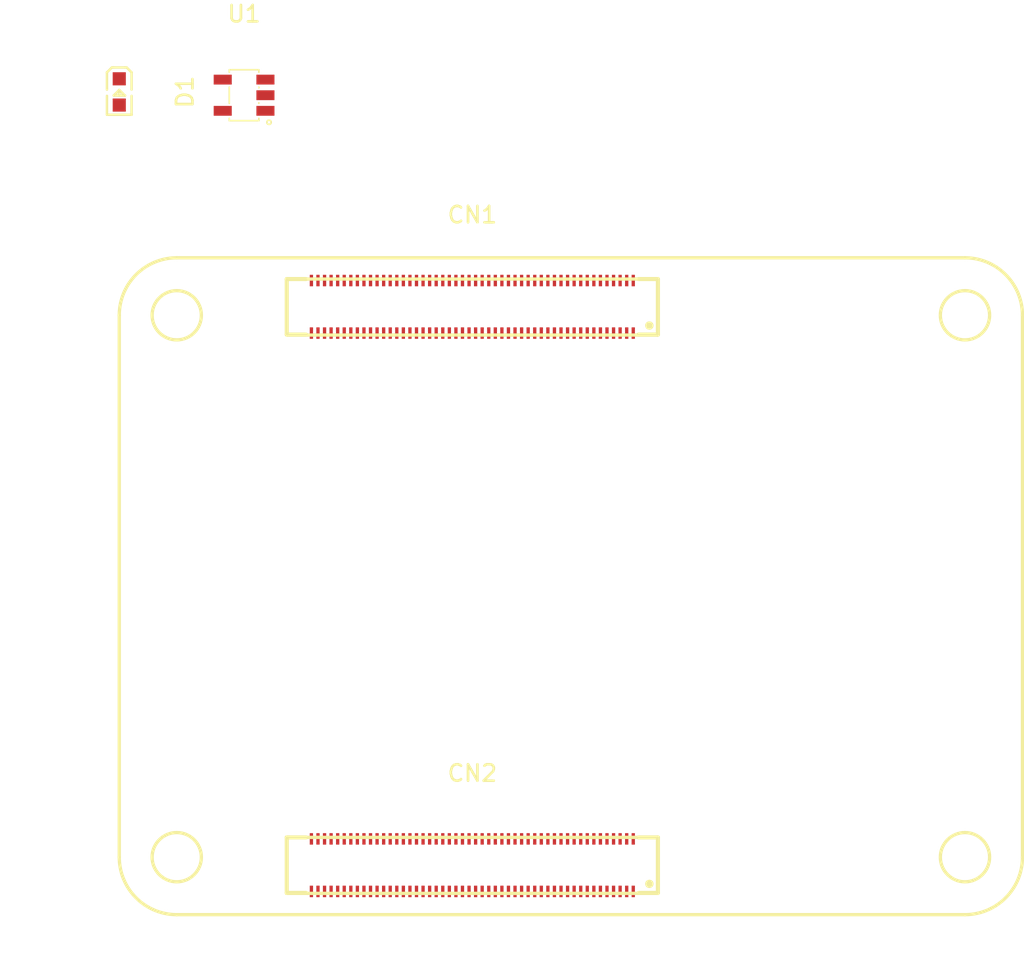
<source format=kicad_pcb>
(kicad_pcb (version 20240108) (generator "pcbnew") (generator_version "8.0")
  (layers (0 "F.Cu" signal) (31 "B.Cu" signal) (34 "B.Paste" user) (35 "F.Paste" user) (36 "B.SilkS" user "B.Silkscreen") (37 "F.SilkS" user "F.Silkscreen") (38 "B.Mask" user) (39 "F.Mask" user) (44 "Edge.Cuts" user))
  (net 0 "")
  (net 1 "gnd")
  (net 2 "pins[20]")
  (net 3 "pins[49]")
  (net 4 "pins[44]")
  (net 5 "pins[44]-1")
  (net 6 "hdi_b-pins[62]")
  (net 7 "USB2_D_N")
  (net 8 "hdi_a-pins[74]")
  (net 9 "pins[46]")
  (net 10 "signal-1")
  (net 11 "USB2_D_P")
  (net 12 "signal")
  (net 13 "HDMI0_HOTPLUG")
  (net 14 "hdi_b-pins[74]")
  (net 15 "hdi_b-pins[93]")
  (net 16 "hdi_a-pins[62]")
  (net 17 "pins[32]")
  (net 18 "signal-6")
  (net 19 "ETH_P1_P")
  (net 20 "pins[18]")
  (net 21 "signal-13")
  (net 22 "hdi_b-pins[23]")
  (net 23 "hdi_a-pins[34]")
  (net 24 "pins[67]")
  (net 25 "pins[72]")
  (net 26 "signal-2")
  (net 27 "HDMI0_CK_P")
  (net 28 "pins[27]")
  (net 29 "pins[80]")
  (net 30 "pins[5]")
  (net 31 "VCC_1V8")
  (net 32 "VCC_5V")
  (net 33 "hdi_b-pins[68]")
  (net 34 "hdi_b-pins[39]")
  (net 35 "pins[98]")
  (net 36 "signal-4")
  (net 37 "pins[14]")
  (net 38 "HDMI0_D1_N")
  (net 39 "pins[16]")
  (net 40 "HDMI0_D2_N")
  (net 41 "hdi_a-pins[98]")
  (net 42 "ETH_P3_N")
  (net 43 "pins[19]")
  (net 44 "pins[60]")
  (net 45 "hdi_b-pins[94]")
  (net 46 "hdi_a-pins[68]")
  (net 47 "HDMI0_CEC")
  (net 48 "hdi_a-pins[92]")
  (net 49 "pins[11]")
  (net 50 "SDA")
  (net 51 "pins[64]")
  (net 52 "pins[8]")
  (net 53 "pins[22]")
  (net 54 "pins[1]")
  (net 55 "pins[61]")
  (net 56 "HDMI1_D1_N")
  (net 57 "pins[23]")
  (net 58 "net")
  (net 59 "n_c_")
  (net 60 "pins[90]")
  (net 61 "signal-7")
  (net 62 "pins[82]")
  (net 63 "HDMI0_D2_P")
  (net 64 "pins[29]")
  (net 65 "ETH_LED_ACTIVITY")
  (net 66 "ETH_P0_N")
  (net 67 "HDMI1_CK_P")
  (net 68 "pins[58]")
  (net 69 "hdi_a-pins[93]")
  (net 70 "signal-10")
  (net 71 "HDMI1_D2_N")
  (net 72 "HDMI0_D0_P")
  (net 73 "pins[26]")
  (net 74 "pins[43]")
  (net 75 "pins[39]")
  (net 76 "pins[76]")
  (net 77 "ETH_P2_P")
  (net 78 "hdi_a-pins[88]")
  (net 79 "hdi_b-pins[34]")
  (net 80 "HDMI1_D2_P")
  (net 81 "pins[95]")
  (net 82 "pins[36]")
  (net 83 "hdi_a-pins[17]")
  (net 84 "HDMI1_CK_N")
  (net 85 "hdi_b-pins[56]")
  (net 86 "SCL")
  (net 87 "GND")
  (net 88 "pins[86]")
  (net 89 "pins[40]")
  (net 90 "pins[99]")
  (net 91 "I2S_SCK")
  (net 92 "PWR_LED")
  (net 93 "pins[0]")
  (net 94 "hdi_a-pins[56]")
  (net 95 "HDMI1_D1_P")
  (net 96 "HDMI0_D0_N")
  (net 97 "HDMI1_D0_P")
  (net 98 "hdi_b-pins[28]")
  (net 99 "signal-9")
  (net 100 "pins[66]")
  (net 101 "pins[41]")
  (net 102 "signal-11")
  (net 103 "pins[91]")
  (net 104 "hdi_b-pins[88]")
  (net 105 "pins[33]")
  (net 106 "hdi_b-pins[92]")
  (net 107 "ETH_LED_LINK")
  (net 108 "hdi_b-pins[40]")
  (net 109 "pins[63]")
  (net 110 "ETH_P1_N")
  (net 111 "pins[9]")
  (net 112 "signal-5")
  (net 113 "hdi_a-pins[94]")
  (net 114 "pins[53]")
  (net 115 "signal-3")
  (net 116 "signal-12")
  (net 117 "ETH_P0_P")
  (net 118 "HDMI1_D0_N")
  (net 119 "HDMI1_CEC")
  (net 120 "hdi_b-pins[35]")
  (net 121 "pins[96]")
  (net 122 "hdi_b-pins[17]")
  (net 123 "pins[69]")
  (net 124 "VCC_3V3")
  (net 125 "pins[75]")
  (net 126 "hdi_a-pins[99]")
  (net 127 "HDMI0_CK_N")
  (net 128 "pins[10]")
  (net 129 "pins[70]")
  (net 130 "hdi_b-pins[15]")
  (net 131 "pins[3]")
  (net 132 "hdi_b-pins[33]")
  (net 133 "pins[71]")
  (net 134 "pins[21]")
  (net 135 "ETH_P3_P")
  (net 136 "hdi_a-pins[35]")
  (net 137 "I2S_WS")
  (net 138 "I2S_SD")
  (net 139 "pins[28]")
  (net 140 "ETH_P2_N")
  (net 141 "pins[38]")
  (net 142 "hdi_a-pins[15]")
  (net 143 "signal-8")
  (net 144 "HDMI0_D1_P")
  (net 145 "HDMI1_HOTPLUG")
  (footprint "lcsc:LED0603-RD_WHITE" (layer "F.Cu") (at 128.4 90.2 -90)
    (property "Reference" "D1" (at 0 -4 90) (layer "F.SilkS") (hide no))
    (property "Value" "2.7V")
    (fp_line (start -0.14 0.75) (end -1.19 0.75) (stroke (width 0.15)) (layer "F.SilkS"))
    (fp_line (start 0.24 0.75) (end 1.39 0.75) (stroke (width 0.15)) (layer "F.SilkS"))
    (fp_line (start -1.49 0.45) (end -1.19 0.75) (stroke (width 0.15)) (layer "F.SilkS"))
    (fp_line (start -1.49 0.35) (end -1.49 0.45) (stroke (width 0.15)) (layer "F.SilkS"))
    (fp_line (start 0.21 0.33) (end -0.12 0) (stroke (width 0.15)) (layer "F.SilkS"))
    (fp_line (start 0.22 0.33) (end 0.21 0.33) (stroke (width 0.15)) (layer "F.SilkS"))
    (fp_line (start 0.22 0) (end -0.12 0) (stroke (width 0.15)) (layer "F.SilkS"))
    (fp_line (start 0.22 -0.34) (end -0.12 0) (stroke (width 0.15)) (layer "F.SilkS"))
    (fp_line (start -1.49 -0.35) (end -1.49 0.35) (stroke (width 0.15)) (layer "F.SilkS"))
    (fp_line (start -1.49 -0.35) (end -1.49 -0.45) (stroke (width 0.15)) (layer "F.SilkS"))
    (fp_line (start 0.22 -0.35) (end 0.22 0.33) (stroke (width 0.15)) (layer "F.SilkS"))
    (fp_line (start 0.22 -0.35) (end 0.22 -0.34) (stroke (width 0.15)) (layer "F.SilkS"))
    (fp_line (start -1.49 -0.45) (end -1.19 -0.75) (stroke (width 0.15)) (layer "F.SilkS"))
    (fp_line (start -0.14 -0.75) (end -1.19 -0.75) (stroke (width 0.15)) (layer "F.SilkS"))
    (fp_line (start 0.24 -0.75) (end 1.39 -0.75) (stroke (width 0.15)) (layer "F.SilkS"))
    (fp_line (start 1.39 -0.75) (end 1.39 0.73) (stroke (width 0.15)) (layer "F.SilkS"))
    (fp_text user "${REFERENCE}" (at 0 -4 90) (layer "F.SilkS"))
    (pad "1" smd rect (at -0.8 0 0) (size 0.8 0.8) (layers "F.Cu" "F.Paste" "F.Mask") (net 58 "net"))
    (pad "2" smd rect (at 0.8 0 0) (size 0.8 0.8) (layers "F.Cu" "F.Paste" "F.Mask") (net 124 "VCC_3V3"))
  )
  (footprint "lcsc:CONN-SMD_DF40C-100DS-0.4V-51" (layer "F.Cu") (at 149.899989 137.285469 0)
    (property "Reference" "CN2" (at 0 -5.6 0) (layer "F.SilkS") (hide no))
    (property "Value" "HRSHirose_DF40C_100DS_0_4V51")
    (fp_line (start -11.3 -1.69) (end -11.3 1.69) (stroke (width 0.25)) (layer "F.SilkS"))
    (fp_line (start -11.3 -1.69) (end -10.13 -1.69) (stroke (width 0.25)) (layer "F.SilkS"))
    (fp_line (start -11.3 1.69) (end -10.13 1.69) (stroke (width 0.25)) (layer "F.SilkS"))
    (fp_line (start 10.13 -1.69) (end 11.3 -1.69) (stroke (width 0.25)) (layer "F.SilkS"))
    (fp_line (start 10.13 1.69) (end 11.3 1.69) (stroke (width 0.25)) (layer "F.SilkS"))
    (fp_line (start 11.3 -1.69) (end 11.3 1.69) (stroke (width 0.25)) (layer "F.SilkS"))
    (fp_circle (center 10.78 1.14) (end 10.91 1.14) (stroke (width 0.25)) (fill none) (layer "F.SilkS"))
    (fp_text user "${REFERENCE}" (at 0 -5.6 0) (layer "F.SilkS"))
    (pad "1" smd rect (at 9.8 1.6 0) (size 0.2 0.7) (layers "F.Cu" "F.Paste" "F.Mask") (net 54 "pins[1]"))
    (pad "2" smd rect (at 9.4 1.6 0) (size 0.2 0.7) (layers "F.Cu" "F.Paste" "F.Mask") (net 131 "pins[3]"))
    (pad "3" smd rect (at 9 1.6 0) (size 0.2 0.7) (layers "F.Cu" "F.Paste" "F.Mask") (net 30 "pins[5]"))
    (pad "4" smd rect (at 8.6 1.6 0) (size 0.2 0.7) (layers "F.Cu" "F.Paste" "F.Mask") (net 87 "GND"))
    (pad "5" smd rect (at 8.2 1.6 0) (size 0.2 0.7) (layers "F.Cu" "F.Paste" "F.Mask") (net 111 "pins[9]"))
    (pad "6" smd rect (at 7.8 1.6 0) (size 0.2 0.7) (layers "F.Cu" "F.Paste" "F.Mask") (net 49 "pins[11]"))
    (pad "7" smd rect (at 7.4 1.6 0) (size 0.2 0.7) (layers "F.Cu" "F.Paste" "F.Mask") (net 87 "GND"))
    (pad "8" smd rect (at 7 1.6 0) (size 0.2 0.7) (layers "F.Cu" "F.Paste" "F.Mask") (net 130 "hdi_b-pins[15]"))
    (pad "9" smd rect (at 6.6 1.6 0) (size 0.2 0.7) (layers "F.Cu" "F.Paste" "F.Mask") (net 122 "hdi_b-pins[17]"))
    (pad "10" smd rect (at 6.2 1.6 0) (size 0.2 0.7) (layers "F.Cu" "F.Paste" "F.Mask") (net 87 "GND"))
    (pad "11" smd rect (at 5.8 1.6 0) (size 0.2 0.7) (layers "F.Cu" "F.Paste" "F.Mask") (net 134 "pins[21]"))
    (pad "12" smd rect (at 5.4 1.6 0) (size 0.2 0.7) (layers "F.Cu" "F.Paste" "F.Mask") (net 22 "hdi_b-pins[23]"))
    (pad "13" smd rect (at 5 1.6 0) (size 0.2 0.7) (layers "F.Cu" "F.Paste" "F.Mask") (net 87 "GND"))
    (pad "14" smd rect (at 4.6 1.6 0) (size 0.2 0.7) (layers "F.Cu" "F.Paste" "F.Mask") (net 28 "pins[27]"))
    (pad "15" smd rect (at 4.2 1.6 0) (size 0.2 0.7) (layers "F.Cu" "F.Paste" "F.Mask") (net 64 "pins[29]"))
    (pad "16" smd rect (at 3.8 1.6 0) (size 0.2 0.7) (layers "F.Cu" "F.Paste" "F.Mask") (net 87 "GND"))
    (pad "17" smd rect (at 3.4 1.6 0) (size 0.2 0.7) (layers "F.Cu" "F.Paste" "F.Mask") (net 132 "hdi_b-pins[33]"))
    (pad "18" smd rect (at 3 1.6 0) (size 0.2 0.7) (layers "F.Cu" "F.Paste" "F.Mask") (net 120 "hdi_b-pins[35]"))
    (pad "19" smd rect (at 2.6 1.6 0) (size 0.2 0.7) (layers "F.Cu" "F.Paste" "F.Mask") (net 87 "GND"))
    (pad "20" smd rect (at 2.2 1.6 0) (size 0.2 0.7) (layers "F.Cu" "F.Paste" "F.Mask") (net 34 "hdi_b-pins[39]"))
    (pad "21" smd rect (at 1.8 1.6 0) (size 0.2 0.7) (layers "F.Cu" "F.Paste" "F.Mask") (net 101 "pins[41]"))
    (pad "22" smd rect (at 1.4 1.6 0) (size 0.2 0.7) (layers "F.Cu" "F.Paste" "F.Mask") (net 87 "GND"))
    (pad "23" smd rect (at 1 1.6 0) (size 0.2 0.7) (layers "F.Cu" "F.Paste" "F.Mask") (net 80 "HDMI1_D2_P"))
    (pad "24" smd rect (at 0.6 1.6 0) (size 0.2 0.7) (layers "F.Cu" "F.Paste" "F.Mask") (net 71 "HDMI1_D2_N"))
    (pad "25" smd rect (at 0.2 1.6 0) (size 0.2 0.7) (layers "F.Cu" "F.Paste" "F.Mask") (net 3 "pins[49]"))
    (pad "26" smd rect (at -0.2 1.6 0) (size 0.2 0.7) (layers "F.Cu" "F.Paste" "F.Mask") (net 95 "HDMI1_D1_P"))
    (pad "27" smd rect (at -0.6 1.6 0) (size 0.2 0.7) (layers "F.Cu" "F.Paste" "F.Mask") (net 56 "HDMI1_D1_N"))
    (pad "28" smd rect (at -1 1.6 0) (size 0.2 0.7) (layers "F.Cu" "F.Paste" "F.Mask") (net 87 "GND"))
    (pad "29" smd rect (at -1.4 1.6 0) (size 0.2 0.7) (layers "F.Cu" "F.Paste" "F.Mask") (net 97 "HDMI1_D0_P"))
    (pad "30" smd rect (at -1.8 1.6 0) (size 0.2 0.7) (layers "F.Cu" "F.Paste" "F.Mask") (net 118 "HDMI1_D0_N"))
    (pad "31" smd rect (at -2.2 1.6 0) (size 0.2 0.7) (layers "F.Cu" "F.Paste" "F.Mask") (net 87 "GND"))
    (pad "32" smd rect (at -2.6 1.6 0) (size 0.2 0.7) (layers "F.Cu" "F.Paste" "F.Mask") (net 67 "HDMI1_CK_P"))
    (pad "33" smd rect (at -3 1.6 0) (size 0.2 0.7) (layers "F.Cu" "F.Paste" "F.Mask") (net 84 "HDMI1_CK_N"))
    (pad "34" smd rect (at -3.4 1.6 0) (size 0.2 0.7) (layers "F.Cu" "F.Paste" "F.Mask") (net 87 "GND"))
    (pad "35" smd rect (at -3.8 1.6 0) (size 0.2 0.7) (layers "F.Cu" "F.Paste" "F.Mask") (net 63 "HDMI0_D2_P"))
    (pad "36" smd rect (at -4.2 1.6 0) (size 0.2 0.7) (layers "F.Cu" "F.Paste" "F.Mask") (net 40 "HDMI0_D2_N"))
    (pad "37" smd rect (at -4.6 1.6 0) (size 0.2 0.7) (layers "F.Cu" "F.Paste" "F.Mask") (net 87 "GND"))
    (pad "38" smd rect (at -5 1.6 0) (size 0.2 0.7) (layers "F.Cu" "F.Paste" "F.Mask") (net 144 "HDMI0_D1_P"))
    (pad "39" smd rect (at -5.4 1.6 0) (size 0.2 0.7) (layers "F.Cu" "F.Paste" "F.Mask") (net 38 "HDMI0_D1_N"))
    (pad "40" smd rect (at -5.8 1.6 0) (size 0.2 0.7) (layers "F.Cu" "F.Paste" "F.Mask") (net 87 "GND"))
    (pad "41" smd rect (at -6.2 1.6 0) (size 0.2 0.7) (layers "F.Cu" "F.Paste" "F.Mask") (net 72 "HDMI0_D0_P"))
    (pad "42" smd rect (at -6.6 1.6 0) (size 0.2 0.7) (layers "F.Cu" "F.Paste" "F.Mask") (net 96 "HDMI0_D0_N"))
    (pad "43" smd rect (at -7 1.6 0) (size 0.2 0.7) (layers "F.Cu" "F.Paste" "F.Mask") (net 87 "GND"))
    (pad "44" smd rect (at -7.4 1.6 0) (size 0.2 0.7) (layers "F.Cu" "F.Paste" "F.Mask") (net 27 "HDMI0_CK_P"))
    (pad "45" smd rect (at -7.8 1.6 0) (size 0.2 0.7) (layers "F.Cu" "F.Paste" "F.Mask") (net 127 "HDMI0_CK_N"))
    (pad "46" smd rect (at -8.2 1.6 180) (size 0.2 0.7) (layers "F.Cu" "F.Paste" "F.Mask") (net 87 "GND"))
    (pad "47" smd rect (at -8.6 1.6 180) (size 0.2 0.7) (layers "F.Cu" "F.Paste" "F.Mask") (net 15 "hdi_b-pins[93]"))
    (pad "48" smd rect (at -9 1.6 180) (size 0.2 0.7) (layers "F.Cu" "F.Paste" "F.Mask") (net 81 "pins[95]"))
    (pad "49" smd rect (at -9.4 1.6 180) (size 0.2 0.7) (layers "F.Cu" "F.Paste" "F.Mask") (net 87 "GND"))
    (pad "50" smd rect (at -9.8 1.6 180) (size 0.2 0.7) (layers "F.Cu" "F.Paste" "F.Mask") (net 90 "pins[99]"))
    (pad "51" smd rect (at -9.8 -1.6 0) (size 0.2 0.7) (layers "F.Cu" "F.Paste" "F.Mask") (net 35 "pins[98]"))
    (pad "52" smd rect (at -9.4 -1.6 0) (size 0.2 0.7) (layers "F.Cu" "F.Paste" "F.Mask") (net 87 "GND"))
    (pad "53" smd rect (at -9 -1.6 0) (size 0.2 0.7) (layers "F.Cu" "F.Paste" "F.Mask") (net 45 "hdi_b-pins[94]"))
    (pad "54" smd rect (at -8.6 -1.6 0) (size 0.2 0.7) (layers "F.Cu" "F.Paste" "F.Mask") (net 106 "hdi_b-pins[92]"))
    (pad "55" smd rect (at -8.2 -1.6 0) (size 0.2 0.7) (layers "F.Cu" "F.Paste" "F.Mask") (net 87 "GND"))
    (pad "56" smd rect (at -7.8 -1.6 0) (size 0.2 0.7) (layers "F.Cu" "F.Paste" "F.Mask") (net 104 "hdi_b-pins[88]"))
    (pad "57" smd rect (at -7.4 -1.6 0) (size 0.2 0.7) (layers "F.Cu" "F.Paste" "F.Mask") (net 88 "pins[86]"))
    (pad "58" smd rect (at -7 -1.6 0) (size 0.2 0.7) (layers "F.Cu" "F.Paste" "F.Mask") (net 87 "GND"))
    (pad "59" smd rect (at -6.6 -1.6 0) (size 0.2 0.7) (layers "F.Cu" "F.Paste" "F.Mask") (net 62 "pins[82]"))
    (pad "60" smd rect (at -6.2 -1.6 0) (size 0.2 0.7) (layers "F.Cu" "F.Paste" "F.Mask") (net 29 "pins[80]"))
    (pad "61" smd rect (at -5.8 -1.6 0) (size 0.2 0.7) (layers "F.Cu" "F.Paste" "F.Mask") (net 87 "GND"))
    (pad "62" smd rect (at -5.4 -1.6 0) (size 0.2 0.7) (layers "F.Cu" "F.Paste" "F.Mask") (net 76 "pins[76]"))
    (pad "63" smd rect (at -5 -1.6 0) (size 0.2 0.7) (layers "F.Cu" "F.Paste" "F.Mask") (net 14 "hdi_b-pins[74]"))
    (pad "64" smd rect (at -4.6 -1.6 0) (size 0.2 0.7) (layers "F.Cu" "F.Paste" "F.Mask") (net 87 "GND"))
    (pad "65" smd rect (at -4.2 -1.6 0) (size 0.2 0.7) (layers "F.Cu" "F.Paste" "F.Mask") (net 129 "pins[70]"))
    (pad "66" smd rect (at -3.8 -1.6 0) (size 0.2 0.7) (layers "F.Cu" "F.Paste" "F.Mask") (net 33 "hdi_b-pins[68]"))
    (pad "67" smd rect (at -3.4 -1.6 0) (size 0.2 0.7) (layers "F.Cu" "F.Paste" "F.Mask") (net 87 "GND"))
    (pad "68" smd rect (at -3 -1.6 0) (size 0.2 0.7) (layers "F.Cu" "F.Paste" "F.Mask") (net 51 "pins[64]"))
    (pad "69" smd rect (at -2.6 -1.6 0) (size 0.2 0.7) (layers "F.Cu" "F.Paste" "F.Mask") (net 6 "hdi_b-pins[62]"))
    (pad "70" smd rect (at -2.2 -1.6 0) (size 0.2 0.7) (layers "F.Cu" "F.Paste" "F.Mask") (net 87 "GND"))
    (pad "71" smd rect (at -1.8 -1.6 0) (size 0.2 0.7) (layers "F.Cu" "F.Paste" "F.Mask") (net 68 "pins[58]"))
    (pad "72" smd rect (at -1.4 -1.6 0) (size 0.2 0.7) (layers "F.Cu" "F.Paste" "F.Mask") (net 85 "hdi_b-pins[56]"))
    (pad "73" smd rect (at -1 -1.6 0) (size 0.2 0.7) (layers "F.Cu" "F.Paste" "F.Mask") (net 87 "GND"))
    (pad "74" smd rect (at -0.6 -1.6 0) (size 0.2 0.7) (layers "F.Cu" "F.Paste" "F.Mask") (net 13 "HDMI0_HOTPLUG"))
    (pad "75" smd rect (at -0.2 -1.6 0) (size 0.2 0.7) (layers "F.Cu" "F.Paste" "F.Mask") (net 47 "HDMI0_CEC"))
    (pad "76" smd rect (at 0.2 -1.6 0) (size 0.2 0.7) (layers "F.Cu" "F.Paste" "F.Mask") (net 119 "HDMI1_CEC"))
    (pad "77" smd rect (at 0.6 -1.6 0) (size 0.2 0.7) (layers "F.Cu" "F.Paste" "F.Mask") (net 9 "pins[46]"))
    (pad "78" smd rect (at 1 -1.6 0) (size 0.2 0.7) (layers "F.Cu" "F.Paste" "F.Mask") (net 5 "pins[44]-1"))
    (pad "79" smd rect (at 1.4 -1.6 0) (size 0.2 0.7) (layers "F.Cu" "F.Paste" "F.Mask") (net 145 "HDMI1_HOTPLUG"))
    (pad "80" smd rect (at 1.8 -1.6 0) (size 0.2 0.7) (layers "F.Cu" "F.Paste" "F.Mask") (net 108 "hdi_b-pins[40]"))
    (pad "81" smd rect (at 2.2 -1.6 0) (size 0.2 0.7) (layers "F.Cu" "F.Paste" "F.Mask") (net 141 "pins[38]"))
    (pad "82" smd rect (at 2.6 -1.6 0) (size 0.2 0.7) (layers "F.Cu" "F.Paste" "F.Mask") (net 87 "GND"))
    (pad "83" smd rect (at 3 -1.6 0) (size 0.2 0.7) (layers "F.Cu" "F.Paste" "F.Mask") (net 79 "hdi_b-pins[34]"))
    (pad "84" smd rect (at 3.4 -1.6 0) (size 0.2 0.7) (layers "F.Cu" "F.Paste" "F.Mask") (net 17 "pins[32]"))
    (pad "85" smd rect (at 3.8 -1.6 0) (size 0.2 0.7) (layers "F.Cu" "F.Paste" "F.Mask") (net 87 "GND"))
    (pad "86" smd rect (at 4.2 -1.6 0) (size 0.2 0.7) (layers "F.Cu" "F.Paste" "F.Mask") (net 98 "hdi_b-pins[28]"))
    (pad "87" smd rect (at 4.6 -1.6 0) (size 0.2 0.7) (layers "F.Cu" "F.Paste" "F.Mask") (net 73 "pins[26]"))
    (pad "88" smd rect (at 5 -1.6 0) (size 0.2 0.7) (layers "F.Cu" "F.Paste" "F.Mask") (net 87 "GND"))
    (pad "89" smd rect (at 5.4 -1.6 0) (size 0.2 0.7) (layers "F.Cu" "F.Paste" "F.Mask") (net 53 "pins[22]"))
    (pad "90" smd rect (at 5.8 -1.6 0) (size 0.2 0.7) (layers "F.Cu" "F.Paste" "F.Mask") (net 2 "pins[20]"))
    (pad "91" smd rect (at 6.2 -1.6 0) (size 0.2 0.7) (layers "F.Cu" "F.Paste" "F.Mask") (net 87 "GND"))
    (pad "92" smd rect (at 6.6 -1.6 0) (size 0.2 0.7) (layers "F.Cu" "F.Paste" "F.Mask") (net 39 "pins[16]"))
    (pad "93" smd rect (at 7 -1.6 0) (size 0.2 0.7) (layers "F.Cu" "F.Paste" "F.Mask") (net 37 "pins[14]"))
    (pad "94" smd rect (at 7.4 -1.6 0) (size 0.2 0.7) (layers "F.Cu" "F.Paste" "F.Mask") (net 87 "GND"))
    (pad "95" smd rect (at 7.8 -1.6 0) (size 0.2 0.7) (layers "F.Cu" "F.Paste" "F.Mask") (net 128 "pins[10]"))
    (pad "96" smd rect (at 8.2 -1.6 0) (size 0.2 0.7) (layers "F.Cu" "F.Paste" "F.Mask") (net 52 "pins[8]"))
    (pad "97" smd rect (at 8.6 -1.6 0) (size 0.2 0.7) (layers "F.Cu" "F.Paste" "F.Mask") (net 87 "GND"))
    (pad "98" smd rect (at 9 -1.6 0) (size 0.2 0.7) (layers "F.Cu" "F.Paste" "F.Mask") (net 11 "USB2_D_P"))
    (pad "99" smd rect (at 9.4 -1.6 0) (size 0.2 0.7) (layers "F.Cu" "F.Paste" "F.Mask") (net 7 "USB2_D_N"))
    (pad "100" smd rect (at 9.8 -1.6 0) (size 0.2 0.7) (layers "F.Cu" "F.Paste" "F.Mask") (net 93 "pins[0]"))
  )
  (footprint "lcsc:SOT-23-5_L3.0-W1.7-P0.95-LS2.8-BR" (layer "F.Cu") (at 136 90.4 0)
    (property "Reference" "U1" (at 0 -4.95 0) (layer "F.SilkS") (hide no))
    (property "Value" "_Texas_Instruments_SN74LVC1G07DBVR")
    (fp_line (start -0.9 -1.55) (end -0.9 -1.4) (stroke (width 0.1)) (layer "F.SilkS"))
    (fp_line (start -0.9 -1.55) (end 0.9 -1.55) (stroke (width 0.1)) (layer "F.SilkS"))
    (fp_line (start -0.9 -0.49) (end -0.9 0.5) (stroke (width 0.1)) (layer "F.SilkS"))
    (fp_line (start -0.9 1.41) (end -0.9 1.55) (stroke (width 0.1)) (layer "F.SilkS"))
    (fp_line (start -0.9 1.55) (end 0.9 1.55) (stroke (width 0.1)) (layer "F.SilkS"))
    (fp_line (start 0.9 -1.55) (end 0.9 -1.4) (stroke (width 0.1)) (layer "F.SilkS"))
    (fp_line (start 0.9 -0.49) (end 0.9 -0.45) (stroke (width 0.1)) (layer "F.SilkS"))
    (fp_line (start 0.9 0.46) (end 0.9 0.5) (stroke (width 0.1)) (layer "F.SilkS"))
    (fp_line (start 0.9 1.41) (end 0.9 1.55) (stroke (width 0.1)) (layer "F.SilkS"))
    (fp_circle (center 1.52 1.65) (end 1.65 1.65) (stroke (width 0.1)) (fill none) (layer "F.SilkS"))
    (fp_text user "${REFERENCE}" (at 0 -4.95 0) (layer "F.SilkS"))
    (pad "1" smd rect (at 1.3 0.95 0) (size 1.1 0.6) (layers "F.Cu" "F.Paste" "F.Mask") (net 59 "n_c_"))
    (pad "2" smd rect (at 1.3 0 0) (size 1.1 0.6) (layers "F.Cu" "F.Paste" "F.Mask") (net 92 "PWR_LED"))
    (pad "3" smd rect (at 1.3 -0.95 0) (size 1.1 0.6) (layers "F.Cu" "F.Paste" "F.Mask") (net 1 "gnd"))
    (pad "4" smd rect (at -1.3 -0.95 0) (size 1.1 0.6) (layers "F.Cu" "F.Paste" "F.Mask") (net 58 "net"))
    (pad "5" smd rect (at -1.3 0.95 0) (size 1.1 0.6) (layers "F.Cu" "F.Paste" "F.Mask") (net 124 "VCC_3V3"))
  )
  (footprint "lcsc:CONN-SMD_DF40C-100DS-0.4V-51" (layer "F.Cu") (at 149.899989 103.285469 0)
    (property "Reference" "CN1" (at 0 -5.6 0) (layer "F.SilkS") (hide no))
    (property "Value" "HRSHirose_DF40C_100DS_0_4V51")
    (fp_line (start -11.3 -1.69) (end -11.3 1.69) (stroke (width 0.25)) (layer "F.SilkS"))
    (fp_line (start -11.3 -1.69) (end -10.13 -1.69) (stroke (width 0.25)) (layer "F.SilkS"))
    (fp_line (start -11.3 1.69) (end -10.13 1.69) (stroke (width 0.25)) (layer "F.SilkS"))
    (fp_line (start 10.13 -1.69) (end 11.3 -1.69) (stroke (width 0.25)) (layer "F.SilkS"))
    (fp_line (start 10.13 1.69) (end 11.3 1.69) (stroke (width 0.25)) (layer "F.SilkS"))
    (fp_line (start 11.3 -1.69) (end 11.3 1.69) (stroke (width 0.25)) (layer "F.SilkS"))
    (fp_circle (center 10.78 1.14) (end 10.91 1.14) (stroke (width 0.25)) (fill none) (layer "F.SilkS"))
    (fp_text user "${REFERENCE}" (at 0 -5.6 0) (layer "F.SilkS"))
    (pad "1" smd rect (at 9.8 1.6 0) (size 0.2 0.7) (layers "F.Cu" "F.Paste" "F.Mask") (net 87 "GND"))
    (pad "2" smd rect (at 9.4 1.6 0) (size 0.2 0.7) (layers "F.Cu" "F.Paste" "F.Mask") (net 19 "ETH_P1_P"))
    (pad "3" smd rect (at 9 1.6 0) (size 0.2 0.7) (layers "F.Cu" "F.Paste" "F.Mask") (net 110 "ETH_P1_N"))
    (pad "4" smd rect (at 8.6 1.6 0) (size 0.2 0.7) (layers "F.Cu" "F.Paste" "F.Mask") (net 87 "GND"))
    (pad "5" smd rect (at 8.2 1.6 0) (size 0.2 0.7) (layers "F.Cu" "F.Paste" "F.Mask") (net 66 "ETH_P0_N"))
    (pad "6" smd rect (at 7.8 1.6 0) (size 0.2 0.7) (layers "F.Cu" "F.Paste" "F.Mask") (net 117 "ETH_P0_P"))
    (pad "7" smd rect (at 7.4 1.6 0) (size 0.2 0.7) (layers "F.Cu" "F.Paste" "F.Mask") (net 87 "GND"))
    (pad "8" smd rect (at 7 1.6 0) (size 0.2 0.7) (layers "F.Cu" "F.Paste" "F.Mask") (net 142 "hdi_a-pins[15]"))
    (pad "9" smd rect (at 6.6 1.6 0) (size 0.2 0.7) (layers "F.Cu" "F.Paste" "F.Mask") (net 83 "hdi_a-pins[17]"))
    (pad "10" smd rect (at 6.2 1.6 0) (size 0.2 0.7) (layers "F.Cu" "F.Paste" "F.Mask") (net 43 "pins[19]"))
    (pad "11" smd rect (at 5.8 1.6 0) (size 0.2 0.7) (layers "F.Cu" "F.Paste" "F.Mask") (net 87 "GND"))
    (pad "12" smd rect (at 5.4 1.6 0) (size 0.2 0.7) (layers "F.Cu" "F.Paste" "F.Mask") (net 57 "pins[23]"))
    (pad "13" smd rect (at 5 1.6 0) (size 0.2 0.7) (layers "F.Cu" "F.Paste" "F.Mask") (net 137 "I2S_WS"))
    (pad "14" smd rect (at 4.6 1.6 0) (size 0.2 0.7) (layers "F.Cu" "F.Paste" "F.Mask") (net 21 "signal-13"))
    (pad "15" smd rect (at 4.2 1.6 0) (size 0.2 0.7) (layers "F.Cu" "F.Paste" "F.Mask") (net 102 "signal-11"))
    (pad "16" smd rect (at 3.8 1.6 0) (size 0.2 0.7) (layers "F.Cu" "F.Paste" "F.Mask") (net 87 "GND"))
    (pad "17" smd rect (at 3.4 1.6 0) (size 0.2 0.7) (layers "F.Cu" "F.Paste" "F.Mask") (net 105 "pins[33]"))
    (pad "18" smd rect (at 3 1.6 0) (size 0.2 0.7) (layers "F.Cu" "F.Paste" "F.Mask") (net 136 "hdi_a-pins[35]"))
    (pad "19" smd rect (at 2.6 1.6 0) (size 0.2 0.7) (layers "F.Cu" "F.Paste" "F.Mask") (net 115 "signal-3"))
    (pad "20" smd rect (at 2.2 1.6 0) (size 0.2 0.7) (layers "F.Cu" "F.Paste" "F.Mask") (net 75 "pins[39]"))
    (pad "21" smd rect (at 1.8 1.6 0) (size 0.2 0.7) (layers "F.Cu" "F.Paste" "F.Mask") (net 87 "GND"))
    (pad "22" smd rect (at 1.4 1.6 0) (size 0.2 0.7) (layers "F.Cu" "F.Paste" "F.Mask") (net 74 "pins[43]"))
    (pad "23" smd rect (at 1 1.6 0) (size 0.2 0.7) (layers "F.Cu" "F.Paste" "F.Mask") (net 12 "signal"))
    (pad "24" smd rect (at 0.6 1.6 0) (size 0.2 0.7) (layers "F.Cu" "F.Paste" "F.Mask") (net 36 "signal-4"))
    (pad "25" smd rect (at 0.2 1.6 0) (size 0.2 0.7) (layers "F.Cu" "F.Paste" "F.Mask") (net 143 "signal-8"))
    (pad "26" smd rect (at -0.2 1.6 0) (size 0.2 0.7) (layers "F.Cu" "F.Paste" "F.Mask") (net 87 "GND"))
    (pad "27" smd rect (at -0.6 1.6 0) (size 0.2 0.7) (layers "F.Cu" "F.Paste" "F.Mask") (net 114 "pins[53]"))
    (pad "28" smd rect (at -1 1.6 0) (size 0.2 0.7) (layers "F.Cu" "F.Paste" "F.Mask") (net 26 "signal-2"))
    (pad "29" smd rect (at -1.4 1.6 0) (size 0.2 0.7) (layers "F.Cu" "F.Paste" "F.Mask") (net 61 "signal-7"))
    (pad "30" smd rect (at -1.8 1.6 0) (size 0.2 0.7) (layers "F.Cu" "F.Paste" "F.Mask") (net 87 "GND"))
    (pad "31" smd rect (at -2.2 1.6 0) (size 0.2 0.7) (layers "F.Cu" "F.Paste" "F.Mask") (net 55 "pins[61]"))
    (pad "32" smd rect (at -2.6 1.6 0) (size 0.2 0.7) (layers "F.Cu" "F.Paste" "F.Mask") (net 109 "pins[63]"))
    (pad "33" smd rect (at -3 1.6 0) (size 0.2 0.7) (layers "F.Cu" "F.Paste" "F.Mask") (net 87 "GND"))
    (pad "34" smd rect (at -3.4 1.6 0) (size 0.2 0.7) (layers "F.Cu" "F.Paste" "F.Mask") (net 24 "pins[67]"))
    (pad "35" smd rect (at -3.8 1.6 0) (size 0.2 0.7) (layers "F.Cu" "F.Paste" "F.Mask") (net 123 "pins[69]"))
    (pad "36" smd rect (at -4.2 1.6 0) (size 0.2 0.7) (layers "F.Cu" "F.Paste" "F.Mask") (net 133 "pins[71]"))
    (pad "37" smd rect (at -4.6 1.6 0) (size 0.2 0.7) (layers "F.Cu" "F.Paste" "F.Mask") (net 87 "GND"))
    (pad "38" smd rect (at -5 1.6 0) (size 0.2 0.7) (layers "F.Cu" "F.Paste" "F.Mask") (net 125 "pins[75]"))
    (pad "39" smd rect (at -5.4 1.6 0) (size 0.2 0.7) (layers "F.Cu" "F.Paste" "F.Mask") (net 124 "VCC_3V3"))
    (pad "40" smd rect (at -5.8 1.6 0) (size 0.2 0.7) (layers "F.Cu" "F.Paste" "F.Mask") (net 86 "SCL"))
    (pad "41" smd rect (at -6.2 1.6 0) (size 0.2 0.7) (layers "F.Cu" "F.Paste" "F.Mask") (net 50 "SDA"))
    (pad "42" smd rect (at -6.6 1.6 0) (size 0.2 0.7) (layers "F.Cu" "F.Paste" "F.Mask") (net 124 "VCC_3V3"))
    (pad "43" smd rect (at -7 1.6 0) (size 0.2 0.7) (layers "F.Cu" "F.Paste" "F.Mask") (net 124 "VCC_3V3"))
    (pad "44" smd rect (at -7.4 1.6 0) (size 0.2 0.7) (layers "F.Cu" "F.Paste" "F.Mask") (net 31 "VCC_1V8"))
    (pad "45" smd rect (at -7.8 1.6 0) (size 0.2 0.7) (layers "F.Cu" "F.Paste" "F.Mask") (net 31 "VCC_1V8"))
    (pad "46" smd rect (at -8.2 1.6 180) (size 0.2 0.7) (layers "F.Cu" "F.Paste" "F.Mask") (net 103 "pins[91]"))
    (pad "47" smd rect (at -8.6 1.6 180) (size 0.2 0.7) (layers "F.Cu" "F.Paste" "F.Mask") (net 69 "hdi_a-pins[93]"))
    (pad "48" smd rect (at -9 1.6 180) (size 0.2 0.7) (layers "F.Cu" "F.Paste" "F.Mask") (net 92 "PWR_LED"))
    (pad "49" smd rect (at -9.4 1.6 180) (size 0.2 0.7) (layers "F.Cu" "F.Paste" "F.Mask") (net 87 "GND"))
    (pad "50" smd rect (at -9.8 1.6 180) (size 0.2 0.7) (layers "F.Cu" "F.Paste" "F.Mask") (net 126 "hdi_a-pins[99]"))
    (pad "51" smd rect (at -9.8 -1.6 0) (size 0.2 0.7) (layers "F.Cu" "F.Paste" "F.Mask") (net 41 "hdi_a-pins[98]"))
    (pad "52" smd rect (at -9.4 -1.6 0) (size 0.2 0.7) (layers "F.Cu" "F.Paste" "F.Mask") (net 121 "pins[96]"))
    (pad "53" smd rect (at -9 -1.6 0) (size 0.2 0.7) (layers "F.Cu" "F.Paste" "F.Mask") (net 113 "hdi_a-pins[94]"))
    (pad "54" smd rect (at -8.6 -1.6 0) (size 0.2 0.7) (layers "F.Cu" "F.Paste" "F.Mask") (net 48 "hdi_a-pins[92]"))
    (pad "55" smd rect (at -8.2 -1.6 0) (size 0.2 0.7) (layers "F.Cu" "F.Paste" "F.Mask") (net 60 "pins[90]"))
    (pad "56" smd rect (at -7.8 -1.6 0) (size 0.2 0.7) (layers "F.Cu" "F.Paste" "F.Mask") (net 78 "hdi_a-pins[88]"))
    (pad "57" smd rect (at -7.4 -1.6 0) (size 0.2 0.7) (layers "F.Cu" "F.Paste" "F.Mask") (net 32 "VCC_5V"))
    (pad "58" smd rect (at -7 -1.6 0) (size 0.2 0.7) (layers "F.Cu" "F.Paste" "F.Mask") (net 32 "VCC_5V"))
    (pad "59" smd rect (at -6.6 -1.6 0) (size 0.2 0.7) (layers "F.Cu" "F.Paste" "F.Mask") (net 32 "VCC_5V"))
    (pad "60" smd rect (at -6.2 -1.6 0) (size 0.2 0.7) (layers "F.Cu" "F.Paste" "F.Mask") (net 32 "VCC_5V"))
    (pad "61" smd rect (at -5.8 -1.6 0) (size 0.2 0.7) (layers "F.Cu" "F.Paste" "F.Mask") (net 32 "VCC_5V"))
    (pad "62" smd rect (at -5.4 -1.6 0) (size 0.2 0.7) (layers "F.Cu" "F.Paste" "F.Mask") (net 32 "VCC_5V"))
    (pad "63" smd rect (at -5 -1.6 0) (size 0.2 0.7) (layers "F.Cu" "F.Paste" "F.Mask") (net 8 "hdi_a-pins[74]"))
    (pad "64" smd rect (at -4.6 -1.6 0) (size 0.2 0.7) (layers "F.Cu" "F.Paste" "F.Mask") (net 25 "pins[72]"))
    (pad "65" smd rect (at -4.2 -1.6 0) (size 0.2 0.7) (layers "F.Cu" "F.Paste" "F.Mask") (net 87 "GND"))
    (pad "66" smd rect (at -3.8 -1.6 0) (size 0.2 0.7) (layers "F.Cu" "F.Paste" "F.Mask") (net 46 "hdi_a-pins[68]"))
    (pad "67" smd rect (at -3.4 -1.6 0) (size 0.2 0.7) (layers "F.Cu" "F.Paste" "F.Mask") (net 100 "pins[66]"))
    (pad "68" smd rect (at -3 -1.6 0) (size 0.2 0.7) (layers "F.Cu" "F.Paste" "F.Mask") (net 87 "GND"))
    (pad "69" smd rect (at -2.6 -1.6 0) (size 0.2 0.7) (layers "F.Cu" "F.Paste" "F.Mask") (net 16 "hdi_a-pins[62]"))
    (pad "70" smd rect (at -2.2 -1.6 0) (size 0.2 0.7) (layers "F.Cu" "F.Paste" "F.Mask") (net 44 "pins[60]"))
    (pad "71" smd rect (at -1.8 -1.6 0) (size 0.2 0.7) (layers "F.Cu" "F.Paste" "F.Mask") (net 87 "GND"))
    (pad "72" smd rect (at -1.4 -1.6 0) (size 0.2 0.7) (layers "F.Cu" "F.Paste" "F.Mask") (net 94 "hdi_a-pins[56]"))
    (pad "73" smd rect (at -1 -1.6 0) (size 0.2 0.7) (layers "F.Cu" "F.Paste" "F.Mask") (net 70 "signal-10"))
    (pad "74" smd rect (at -0.6 -1.6 0) (size 0.2 0.7) (layers "F.Cu" "F.Paste" "F.Mask") (net 87 "GND"))
    (pad "75" smd rect (at -0.2 -1.6 0) (size 0.2 0.7) (layers "F.Cu" "F.Paste" "F.Mask") (net 112 "signal-5"))
    (pad "76" smd rect (at 0.2 -1.6 0) (size 0.2 0.7) (layers "F.Cu" "F.Paste" "F.Mask") (net 91 "I2S_SCK"))
    (pad "77" smd rect (at 0.6 -1.6 0) (size 0.2 0.7) (layers "F.Cu" "F.Paste" "F.Mask") (net 99 "signal-9"))
    (pad "78" smd rect (at 1 -1.6 0) (size 0.2 0.7) (layers "F.Cu" "F.Paste" "F.Mask") (net 4 "pins[44]"))
    (pad "79" smd rect (at 1.4 -1.6 0) (size 0.2 0.7) (layers "F.Cu" "F.Paste" "F.Mask") (net 87 "GND"))
    (pad "80" smd rect (at 1.8 -1.6 0) (size 0.2 0.7) (layers "F.Cu" "F.Paste" "F.Mask") (net 89 "pins[40]"))
    (pad "81" smd rect (at 2.2 -1.6 0) (size 0.2 0.7) (layers "F.Cu" "F.Paste" "F.Mask") (net 10 "signal-1"))
    (pad "82" smd rect (at 2.6 -1.6 0) (size 0.2 0.7) (layers "F.Cu" "F.Paste" "F.Mask") (net 82 "pins[36]"))
    (pad "83" smd rect (at 3 -1.6 0) (size 0.2 0.7) (layers "F.Cu" "F.Paste" "F.Mask") (net 23 "hdi_a-pins[34]"))
    (pad "84" smd rect (at 3.4 -1.6 0) (size 0.2 0.7) (layers "F.Cu" "F.Paste" "F.Mask") (net 87 "GND"))
    (pad "85" smd rect (at 3.8 -1.6 0) (size 0.2 0.7) (layers "F.Cu" "F.Paste" "F.Mask") (net 18 "signal-6"))
    (pad "86" smd rect (at 4.2 -1.6 0) (size 0.2 0.7) (layers "F.Cu" "F.Paste" "F.Mask") (net 139 "pins[28]"))
    (pad "87" smd rect (at 4.6 -1.6 0) (size 0.2 0.7) (layers "F.Cu" "F.Paste" "F.Mask") (net 116 "signal-12"))
    (pad "88" smd rect (at 5 -1.6 0) (size 0.2 0.7) (layers "F.Cu" "F.Paste" "F.Mask") (net 138 "I2S_SD"))
    (pad "89" smd rect (at 5.4 -1.6 0) (size 0.2 0.7) (layers "F.Cu" "F.Paste" "F.Mask") (net 87 "GND"))
    (pad "90" smd rect (at 5.8 -1.6 0) (size 0.2 0.7) (layers "F.Cu" "F.Paste" "F.Mask") (net 87 "GND"))
    (pad "91" smd rect (at 6.2 -1.6 0) (size 0.2 0.7) (layers "F.Cu" "F.Paste" "F.Mask") (net 20 "pins[18]"))
    (pad "92" smd rect (at 6.6 -1.6 0) (size 0.2 0.7) (layers "F.Cu" "F.Paste" "F.Mask") (net 65 "ETH_LED_ACTIVITY"))
    (pad "93" smd rect (at 7 -1.6 0) (size 0.2 0.7) (layers "F.Cu" "F.Paste" "F.Mask") (net 107 "ETH_LED_LINK"))
    (pad "94" smd rect (at 7.4 -1.6 0) (size 0.2 0.7) (layers "F.Cu" "F.Paste" "F.Mask") (net 87 "GND"))
    (pad "95" smd rect (at 7.8 -1.6 0) (size 0.2 0.7) (layers "F.Cu" "F.Paste" "F.Mask") (net 77 "ETH_P2_P"))
    (pad "96" smd rect (at 8.2 -1.6 0) (size 0.2 0.7) (layers "F.Cu" "F.Paste" "F.Mask") (net 140 "ETH_P2_N"))
    (pad "97" smd rect (at 8.6 -1.6 0) (size 0.2 0.7) (layers "F.Cu" "F.Paste" "F.Mask") (net 87 "GND"))
    (pad "98" smd rect (at 9 -1.6 0) (size 0.2 0.7) (layers "F.Cu" "F.Paste" "F.Mask") (net 42 "ETH_P3_N"))
    (pad "99" smd rect (at 9.4 -1.6 0) (size 0.2 0.7) (layers "F.Cu" "F.Paste" "F.Mask") (net 135 "ETH_P3_P"))
    (pad "100" smd rect (at 9.8 -1.6 0) (size 0.2 0.7) (layers "F.Cu" "F.Paste" "F.Mask") (net 87 "GND"))
  )
  (gr_line (start 131.9 140.3) (end 179.9 140.3) (stroke (width 0.2)) (layer "F.SilkS"))
  (gr_line (start 138.6 105.005) (end 138.6 101.595) (stroke (width 0.2)) (layer "F.SilkS"))
  (gr_line (start 161.2 139.005) (end 138.6 139.005) (stroke (width 0.2)) (layer "F.SilkS"))
  (gr_line (start 138.6 135.595) (end 161.2 135.595) (stroke (width 0.2)) (layer "F.SilkS"))
  (gr_line (start 138.6 101.595) (end 161.2 101.595) (stroke (width 0.2)) (layer "F.SilkS"))
  (gr_line (start 161.2 105.005) (end 138.6 105.005) (stroke (width 0.2)) (layer "F.SilkS"))
  (gr_line (start 128.4 103.8) (end 128.4 136.8) (stroke (width 0.2)) (layer "F.SilkS"))
  (gr_line (start 183.4 136.800001) (end 183.4 103.799999) (stroke (width 0.2)) (layer "F.SilkS"))
  (gr_line (start 138.6 139.005) (end 138.6 135.595) (stroke (width 0.2)) (layer "F.SilkS"))
  (gr_line (start 161.2 101.595) (end 161.2 105.005) (stroke (width 0.2)) (layer "F.SilkS"))
  (gr_line (start 179.900001 100.3) (end 131.9 100.3) (stroke (width 0.2)) (layer "F.SilkS"))
  (gr_line (start 161.2 135.595) (end 161.2 139.005) (stroke (width 0.2)) (layer "F.SilkS"))
  (gr_arc (start 183.4 136.800001) (mid 182.374874 139.274874) (end 179.9 140.3) (stroke (width 0.2)) (layer "F.SilkS"))
  (gr_arc (start 179.900001 100.3) (mid 182.374874 101.325126) (end 183.4 103.799999) (stroke (width 0.2)) (layer "F.SilkS"))
  (gr_arc (start 128.4 103.8) (mid 129.425126 101.325126) (end 131.9 100.3) (stroke (width 0.2)) (layer "F.SilkS"))
  (gr_arc (start 131.9 140.3) (mid 129.425126 139.274874) (end 128.4 136.8) (stroke (width 0.2)) (layer "F.SilkS"))
  (gr_circle (center 131.9 136.8) (end 130.4 136.8) (stroke (width 0.2)) (fill none) (layer "F.SilkS"))
  (gr_circle (center 179.9 136.8) (end 178.4 136.8) (stroke (width 0.2)) (fill none) (layer "F.SilkS"))
  (gr_circle (center 179.9 103.8) (end 178.4 103.8) (stroke (width 0.2)) (fill none) (layer "F.SilkS"))
  (gr_circle (center 131.9 103.8) (end 130.4 103.8) (stroke (width 0.2)) (fill none) (layer "F.SilkS"))
)
</source>
